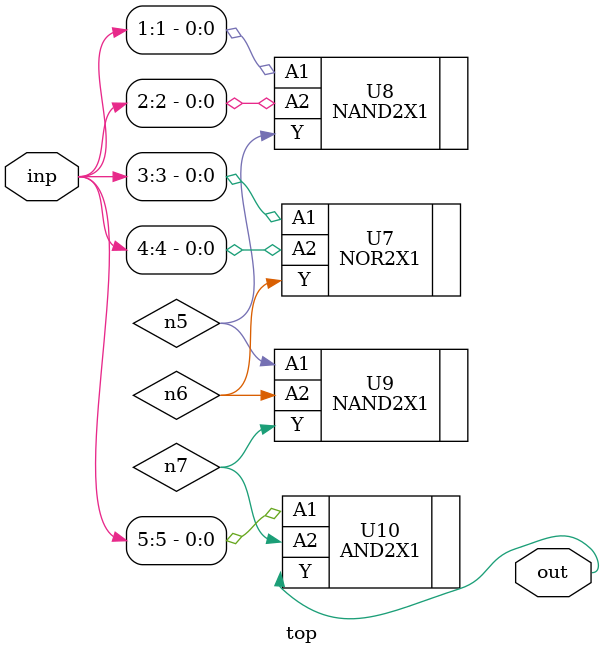
<source format=sv>


module top ( inp, out );
  input [5:0] inp;
  output out;
  wire   n5, n6, n7;

  NOR2X1 U7 ( .A1(inp[3]), .A2(inp[4]), .Y(n6) );
  NAND2X1 U8 ( .A1(inp[1]), .A2(inp[2]), .Y(n5) );
  NAND2X1 U9 ( .A1(n5), .A2(n6), .Y(n7) );
  AND2X1 U10 ( .A1(inp[5]), .A2(n7), .Y(out) );
endmodule


</source>
